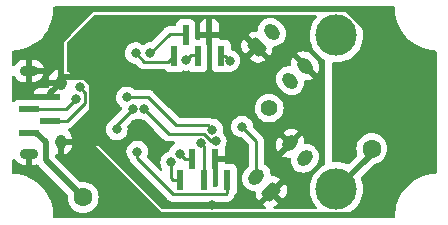
<source format=gbl>
G04 #@! TF.GenerationSoftware,KiCad,Pcbnew,7.0.6-7.0.6~ubuntu22.04.1*
G04 #@! TF.CreationDate,2023-07-08T17:09:40+02:00*
G04 #@! TF.ProjectId,combined,636f6d62-696e-4656-942e-6b696361645f,rev?*
G04 #@! TF.SameCoordinates,Original*
G04 #@! TF.FileFunction,Copper,L2,Bot*
G04 #@! TF.FilePolarity,Positive*
%FSLAX46Y46*%
G04 Gerber Fmt 4.6, Leading zero omitted, Abs format (unit mm)*
G04 Created by KiCad (PCBNEW 7.0.6-7.0.6~ubuntu22.04.1) date 2023-07-08 17:09:40*
%MOMM*%
%LPD*%
G01*
G04 APERTURE LIST*
G04 Aperture macros list*
%AMRoundRect*
0 Rectangle with rounded corners*
0 $1 Rounding radius*
0 $2 $3 $4 $5 $6 $7 $8 $9 X,Y pos of 4 corners*
0 Add a 4 corners polygon primitive as box body*
4,1,4,$2,$3,$4,$5,$6,$7,$8,$9,$2,$3,0*
0 Add four circle primitives for the rounded corners*
1,1,$1+$1,$2,$3*
1,1,$1+$1,$4,$5*
1,1,$1+$1,$6,$7*
1,1,$1+$1,$8,$9*
0 Add four rect primitives between the rounded corners*
20,1,$1+$1,$2,$3,$4,$5,0*
20,1,$1+$1,$4,$5,$6,$7,0*
20,1,$1+$1,$6,$7,$8,$9,0*
20,1,$1+$1,$8,$9,$2,$3,0*%
%AMHorizOval*
0 Thick line with rounded ends*
0 $1 width*
0 $2 $3 position (X,Y) of the first rounded end (center of the circle)*
0 $4 $5 position (X,Y) of the second rounded end (center of the circle)*
0 Add line between two ends*
20,1,$1,$2,$3,$4,$5,0*
0 Add two circle primitives to create the rounded ends*
1,1,$1,$2,$3*
1,1,$1,$4,$5*%
G04 Aperture macros list end*
G04 #@! TA.AperFunction,ComponentPad*
%ADD10C,1.400000*%
G04 #@! TD*
G04 #@! TA.AperFunction,ComponentPad*
%ADD11O,1.550000X0.890000*%
G04 #@! TD*
G04 #@! TA.AperFunction,ComponentPad*
%ADD12O,0.950000X1.250000*%
G04 #@! TD*
G04 #@! TA.AperFunction,SMDPad,CuDef*
%ADD13R,1.750000X0.600000*%
G04 #@! TD*
G04 #@! TA.AperFunction,SMDPad,CuDef*
%ADD14R,0.600000X1.750000*%
G04 #@! TD*
G04 #@! TA.AperFunction,ComponentPad*
%ADD15C,3.500000*%
G04 #@! TD*
G04 #@! TA.AperFunction,ComponentPad*
%ADD16RoundRect,0.249700X0.566110X0.141421X0.141421X0.566110X-0.566110X-0.141421X-0.141421X-0.566110X0*%
G04 #@! TD*
G04 #@! TA.AperFunction,ComponentPad*
%ADD17HorizOval,1.100000X0.141421X0.141421X-0.141421X-0.141421X0*%
G04 #@! TD*
G04 #@! TA.AperFunction,ComponentPad*
%ADD18RoundRect,0.249700X0.141421X-0.566110X0.566110X-0.141421X-0.141421X0.566110X-0.566110X0.141421X0*%
G04 #@! TD*
G04 #@! TA.AperFunction,ComponentPad*
%ADD19HorizOval,1.100000X-0.141421X0.141421X0.141421X-0.141421X0*%
G04 #@! TD*
G04 #@! TA.AperFunction,ViaPad*
%ADD20C,0.800000*%
G04 #@! TD*
G04 #@! TA.AperFunction,ViaPad*
%ADD21C,1.600000*%
G04 #@! TD*
G04 #@! TA.AperFunction,Conductor*
%ADD22C,0.250000*%
G04 #@! TD*
G04 #@! TA.AperFunction,Conductor*
%ADD23C,0.500000*%
G04 #@! TD*
G04 APERTURE END LIST*
D10*
X99314000Y-33401000D03*
D11*
X78950000Y-30250000D03*
D12*
X81650000Y-31250000D03*
X81650000Y-36250000D03*
D11*
X78950000Y-37250000D03*
D13*
X80750000Y-32500000D03*
X79000000Y-33500000D03*
X80750000Y-34500000D03*
X79000000Y-35500000D03*
D14*
X95750000Y-39500000D03*
X94750000Y-37750000D03*
X93750000Y-39500000D03*
X92750000Y-37750000D03*
X91750000Y-39500000D03*
X91250000Y-29000000D03*
X92250000Y-27250000D03*
X93250000Y-29000000D03*
X94250000Y-27250000D03*
X95250000Y-29000000D03*
D15*
X105000000Y-40250000D03*
X105000000Y-27250000D03*
D16*
X99500000Y-40500000D03*
D17*
X102328427Y-37671573D03*
X98227208Y-39227208D03*
X101055635Y-36398781D03*
D18*
X98250000Y-28250000D03*
D19*
X101078427Y-31078427D03*
X99522792Y-26977208D03*
X102351219Y-29805635D03*
D20*
X95949500Y-29402875D03*
D21*
X109474000Y-38760400D03*
D20*
X94437200Y-41587600D03*
X102870000Y-33781998D03*
D21*
X109500000Y-31750000D03*
D20*
X90250020Y-30750000D03*
X92500000Y-32750000D03*
D21*
X83559771Y-40965139D03*
D20*
X91000000Y-38000028D03*
X82984905Y-32648163D03*
X83263377Y-31603446D03*
X92250000Y-29325000D03*
X89250000Y-28750000D03*
X88000000Y-28750000D03*
D21*
X108000800Y-36830000D03*
D20*
X88137997Y-37084000D03*
X93514889Y-36379848D03*
X91725000Y-37275000D03*
X97005261Y-34970479D03*
X87750000Y-33500000D03*
X86410800Y-35204400D03*
X94783718Y-36197058D03*
X88750026Y-33500000D03*
X94496738Y-35239109D03*
X87250000Y-32500000D03*
D22*
X95949500Y-29402875D02*
X95546625Y-29000000D01*
X95546625Y-29000000D02*
X95250000Y-29000000D01*
D23*
X109500000Y-31750000D02*
X109500000Y-28638730D01*
X84297000Y-25050000D02*
X81650000Y-27697000D01*
X109500000Y-28638730D02*
X105911270Y-25050000D01*
X105911270Y-25050000D02*
X84297000Y-25050000D01*
X81650000Y-27697000D02*
X81650000Y-31250000D01*
X94437200Y-42468800D02*
X106896970Y-42468800D01*
X106896970Y-42468800D02*
X109474000Y-39891770D01*
X109474000Y-39891770D02*
X109474000Y-38760400D01*
D22*
X97005261Y-34970479D02*
X98227208Y-36192426D01*
X98227208Y-36192426D02*
X98227208Y-39227208D01*
D23*
X81650000Y-31100000D02*
X81996555Y-30753445D01*
X81650000Y-36250000D02*
X82625000Y-36250000D01*
X90033056Y-42468800D02*
X94437200Y-42468800D01*
X80750000Y-32500000D02*
X80750000Y-32150000D01*
X83671378Y-30753445D02*
X84284928Y-31366995D01*
X109500000Y-38734400D02*
X109474000Y-38760400D01*
X84284928Y-31366995D02*
X84284928Y-36720672D01*
X83095672Y-36720672D02*
X84284928Y-36720672D01*
X81996555Y-30753445D02*
X83671378Y-30753445D01*
X84284928Y-36720672D02*
X90033056Y-42468800D01*
X80750000Y-32150000D02*
X81650000Y-31250000D01*
X82625000Y-36250000D02*
X83095672Y-36720672D01*
X80375000Y-37780368D02*
X83559771Y-40965139D01*
X79575000Y-35500000D02*
X80375000Y-36300000D01*
X80375000Y-36300000D02*
X80375000Y-37780368D01*
D22*
X91750000Y-39500000D02*
X91200000Y-39500000D01*
X91000000Y-39300000D02*
X91000000Y-38000028D01*
X91200000Y-39500000D02*
X91000000Y-39300000D01*
X82133068Y-33500000D02*
X82984905Y-32648163D01*
X79000000Y-33500000D02*
X82133068Y-33500000D01*
X83709918Y-32968263D02*
X83709918Y-32049987D01*
X83663376Y-32003445D02*
X83263377Y-31603446D01*
X80750000Y-34500000D02*
X82178181Y-34500000D01*
X82178181Y-34500000D02*
X83709918Y-32968263D01*
X83709918Y-32049987D02*
X83663376Y-32003445D01*
X93250000Y-28875000D02*
X92700000Y-28875000D01*
X92700000Y-28875000D02*
X92250000Y-29325000D01*
X90875000Y-27125000D02*
X92250000Y-27125000D01*
X90875000Y-27125000D02*
X89250000Y-28750000D01*
X88000000Y-28750000D02*
X88750000Y-29500000D01*
X91250000Y-29000000D02*
X90750000Y-29500000D01*
X90750000Y-29500000D02*
X88750000Y-29500000D01*
D23*
X108000800Y-37249200D02*
X108000800Y-36830000D01*
X105000000Y-40250000D02*
X108000800Y-37249200D01*
D22*
X95674999Y-40700001D02*
X91188313Y-40700001D01*
X91188313Y-40700001D02*
X88137997Y-37649685D01*
X95750000Y-39500000D02*
X95750000Y-40625000D01*
X88137997Y-37649685D02*
X88137997Y-37084000D01*
X95750000Y-40625000D02*
X95674999Y-40700001D01*
X93750000Y-36614959D02*
X93514889Y-36379848D01*
X93750000Y-39500000D02*
X93750000Y-36614959D01*
X92750000Y-37750000D02*
X92200000Y-37750000D01*
X92200000Y-37750000D02*
X91725000Y-37275000D01*
X86410800Y-34839200D02*
X86410800Y-35204400D01*
X87750000Y-33500000D02*
X86410800Y-34839200D01*
X93774998Y-35598002D02*
X94374054Y-36197058D01*
X94374054Y-36197058D02*
X94783718Y-36197058D01*
X88750026Y-33500000D02*
X90848028Y-35598002D01*
X90848028Y-35598002D02*
X93774998Y-35598002D01*
X94496738Y-35239109D02*
X94096739Y-34839110D01*
X91404795Y-34839110D02*
X89065685Y-32500000D01*
X94096739Y-34839110D02*
X91404795Y-34839110D01*
X87250000Y-32500000D02*
X89065685Y-32500000D01*
G04 #@! TA.AperFunction,Conductor*
G36*
X99367450Y-25520943D02*
G01*
X99374407Y-25522995D01*
X99395996Y-25520980D01*
X103230042Y-25525979D01*
X103298133Y-25546069D01*
X103344556Y-25599785D01*
X103354568Y-25670072D01*
X103324991Y-25734615D01*
X103324606Y-25735055D01*
X103204363Y-25872166D01*
X103204360Y-25872170D01*
X103039883Y-26118329D01*
X102908944Y-26383848D01*
X102908938Y-26383862D01*
X102813778Y-26664194D01*
X102813776Y-26664204D01*
X102756018Y-26954564D01*
X102756016Y-26954578D01*
X102736654Y-27249996D01*
X102736654Y-27250003D01*
X102756016Y-27545421D01*
X102756018Y-27545435D01*
X102783979Y-27685998D01*
X102807569Y-27804595D01*
X102813776Y-27835795D01*
X102813778Y-27835805D01*
X102908938Y-28116137D01*
X102908944Y-28116151D01*
X103039883Y-28381670D01*
X103204359Y-28627827D01*
X103204361Y-28627830D01*
X103204367Y-28627838D01*
X103399573Y-28850427D01*
X103622162Y-29045633D01*
X103868327Y-29210115D01*
X103942729Y-29246806D01*
X103994977Y-29294873D01*
X104013000Y-29359811D01*
X104013000Y-38140188D01*
X103992998Y-38208309D01*
X103942728Y-38253194D01*
X103868329Y-38289883D01*
X103622172Y-38454359D01*
X103622165Y-38454364D01*
X103622162Y-38454367D01*
X103399573Y-38649573D01*
X103204367Y-38872162D01*
X103204364Y-38872165D01*
X103204359Y-38872172D01*
X103039883Y-39118329D01*
X102908944Y-39383848D01*
X102908938Y-39383862D01*
X102813778Y-39664194D01*
X102813776Y-39664201D01*
X102813776Y-39664203D01*
X102804105Y-39712818D01*
X102756018Y-39954564D01*
X102756016Y-39954578D01*
X102736654Y-40249996D01*
X102736654Y-40250003D01*
X102756016Y-40545421D01*
X102756018Y-40545435D01*
X102775334Y-40642538D01*
X102796465Y-40748772D01*
X102813776Y-40835795D01*
X102813778Y-40835805D01*
X102908938Y-41116137D01*
X102908944Y-41116151D01*
X103039883Y-41381670D01*
X103204359Y-41627827D01*
X103204361Y-41627830D01*
X103204367Y-41627838D01*
X103313013Y-41751725D01*
X103342889Y-41816126D01*
X103333203Y-41886459D01*
X103287030Y-41940391D01*
X103219030Y-41960798D01*
X103218280Y-41960800D01*
X99797021Y-41960800D01*
X99728900Y-41940798D01*
X99682407Y-41887142D01*
X99672303Y-41816868D01*
X99701797Y-41752288D01*
X99740472Y-41722202D01*
X99777777Y-41703466D01*
X99777778Y-41703465D01*
X99858649Y-41637588D01*
X100068512Y-41427724D01*
X100068513Y-41427723D01*
X99500000Y-40859210D01*
X98790064Y-41569145D01*
X98858502Y-41637584D01*
X98939378Y-41703465D01*
X98939379Y-41703466D01*
X98976685Y-41722202D01*
X99028583Y-41770649D01*
X99046050Y-41839464D01*
X99023540Y-41906798D01*
X98968200Y-41951273D01*
X98920136Y-41960800D01*
X90323790Y-41960800D01*
X90255669Y-41940798D01*
X90234695Y-41923895D01*
X84886801Y-36576000D01*
X84886800Y-36576000D01*
X84455000Y-36576000D01*
X90423237Y-42504674D01*
X90457469Y-42566872D01*
X90452639Y-42637705D01*
X90410282Y-42694682D01*
X90343845Y-42719713D01*
X90334465Y-42720065D01*
X81151527Y-42722032D01*
X81083402Y-42702045D01*
X81036898Y-42648399D01*
X81025500Y-42596032D01*
X81025500Y-42326812D01*
X81025500Y-42326803D01*
X80991548Y-41982078D01*
X80923970Y-41642340D01*
X80823417Y-41310862D01*
X80690858Y-40990837D01*
X80527569Y-40685345D01*
X80434075Y-40545421D01*
X80335122Y-40397327D01*
X80115382Y-40129573D01*
X80115374Y-40129563D01*
X80115365Y-40129554D01*
X80115357Y-40129545D01*
X79870454Y-39884642D01*
X79870444Y-39884633D01*
X79870437Y-39884626D01*
X79784592Y-39814175D01*
X79602672Y-39664877D01*
X79314657Y-39472432D01*
X79009163Y-39309142D01*
X78689136Y-39176582D01*
X78689133Y-39176581D01*
X78445025Y-39102532D01*
X78357660Y-39076030D01*
X78357657Y-39076029D01*
X78357646Y-39076026D01*
X78017927Y-39008453D01*
X78017922Y-39008452D01*
X78017915Y-39008451D01*
X78017906Y-39008450D01*
X77678421Y-38975014D01*
X77612589Y-38948432D01*
X77571579Y-38890477D01*
X77564771Y-38849843D01*
X77562913Y-37796264D01*
X77582795Y-37728111D01*
X77636369Y-37681524D01*
X77706625Y-37671296D01*
X77771257Y-37700675D01*
X77795842Y-37729396D01*
X77862500Y-37836341D01*
X77862510Y-37836354D01*
X77996042Y-37976827D01*
X77996041Y-37976827D01*
X78155121Y-38087550D01*
X78333232Y-38163982D01*
X78523087Y-38202999D01*
X78523093Y-38203000D01*
X78696000Y-38203000D01*
X78696000Y-37500000D01*
X79204000Y-37500000D01*
X79204000Y-38203000D01*
X79328331Y-38203000D01*
X79328350Y-38202999D01*
X79472819Y-38188307D01*
X79472830Y-38188305D01*
X79599345Y-38148610D01*
X79670329Y-38147301D01*
X79730753Y-38184578D01*
X79744306Y-38202684D01*
X79775970Y-38254019D01*
X79780522Y-38259776D01*
X79780468Y-38259818D01*
X79785228Y-38265660D01*
X79785279Y-38265618D01*
X79789993Y-38271236D01*
X79789998Y-38271241D01*
X79789999Y-38271242D01*
X79832746Y-38311572D01*
X79846482Y-38324531D01*
X82224099Y-40702148D01*
X82258124Y-40764460D01*
X82260525Y-40802223D01*
X82251620Y-40904016D01*
X82246273Y-40965139D01*
X82266228Y-41193226D01*
X82294841Y-41300011D01*
X82325486Y-41414379D01*
X82325488Y-41414385D01*
X82397654Y-41569145D01*
X82422248Y-41621888D01*
X82553573Y-41809439D01*
X82715471Y-41971337D01*
X82903022Y-42102662D01*
X83110528Y-42199423D01*
X83331684Y-42258682D01*
X83559771Y-42278637D01*
X83787858Y-42258682D01*
X84009014Y-42199423D01*
X84216520Y-42102662D01*
X84404071Y-41971337D01*
X84565969Y-41809439D01*
X84697294Y-41621888D01*
X84794055Y-41414382D01*
X84853314Y-41193226D01*
X84873269Y-40965139D01*
X84853314Y-40737052D01*
X84794055Y-40515896D01*
X84697294Y-40308390D01*
X84565969Y-40120839D01*
X84404071Y-39958941D01*
X84397834Y-39954574D01*
X84216520Y-39827616D01*
X84009017Y-39730856D01*
X84009011Y-39730854D01*
X83915542Y-39705809D01*
X83787858Y-39671596D01*
X83559771Y-39651641D01*
X83559769Y-39651641D01*
X83396855Y-39665893D01*
X83327251Y-39651903D01*
X83296780Y-39629467D01*
X81211515Y-37544201D01*
X81177489Y-37481889D01*
X81182554Y-37411073D01*
X81225101Y-37354238D01*
X81291621Y-37329427D01*
X81332191Y-37333128D01*
X81396000Y-37349648D01*
X81396000Y-36514850D01*
X81451736Y-36598264D01*
X81542700Y-36659045D01*
X81650000Y-36680388D01*
X81757300Y-36659045D01*
X81848264Y-36598264D01*
X81904000Y-36514850D01*
X81904000Y-37354178D01*
X82085138Y-37287093D01*
X82254802Y-37181341D01*
X82254805Y-37181338D01*
X82399708Y-37043596D01*
X82513915Y-36879512D01*
X82592753Y-36695794D01*
X82632169Y-36504000D01*
X81909701Y-36504000D01*
X81925000Y-36427088D01*
X81925000Y-36072912D01*
X81909701Y-35996000D01*
X82627492Y-35996000D01*
X82627492Y-35995999D01*
X82617842Y-35901100D01*
X82557993Y-35710347D01*
X82460970Y-35535548D01*
X82460966Y-35535542D01*
X82330751Y-35383859D01*
X82330749Y-35383858D01*
X82277770Y-35342849D01*
X82236146Y-35285334D01*
X82232223Y-35214446D01*
X82237921Y-35204399D01*
X85497296Y-35204399D01*
X85517257Y-35394327D01*
X85542234Y-35471197D01*
X85576273Y-35575956D01*
X85576276Y-35575961D01*
X85671758Y-35741341D01*
X85671765Y-35741351D01*
X85799544Y-35883264D01*
X85821177Y-35898981D01*
X85954048Y-35995518D01*
X86128512Y-36073194D01*
X86315313Y-36112900D01*
X86506287Y-36112900D01*
X86693088Y-36073194D01*
X86867552Y-35995518D01*
X87022053Y-35883266D01*
X87060150Y-35840955D01*
X87149834Y-35741351D01*
X87149835Y-35741349D01*
X87149840Y-35741344D01*
X87245327Y-35575956D01*
X87304342Y-35394328D01*
X87324304Y-35204400D01*
X87304342Y-35014472D01*
X87292288Y-34977374D01*
X87285798Y-34957400D01*
X87283770Y-34886433D01*
X87316536Y-34829367D01*
X87396792Y-34749112D01*
X87585661Y-34560243D01*
X87700501Y-34445404D01*
X87762813Y-34411379D01*
X87789596Y-34408500D01*
X87845487Y-34408500D01*
X88032288Y-34368794D01*
X88198765Y-34294673D01*
X88269130Y-34285240D01*
X88301260Y-34294673D01*
X88467738Y-34368794D01*
X88654539Y-34408500D01*
X88710432Y-34408500D01*
X88778553Y-34428502D01*
X88799526Y-34445404D01*
X89593229Y-35239108D01*
X90340783Y-35986662D01*
X90350748Y-35999099D01*
X90350975Y-35998912D01*
X90356027Y-36005019D01*
X90407107Y-36052986D01*
X90428251Y-36074131D01*
X90428255Y-36074134D01*
X90428258Y-36074137D01*
X90433810Y-36078444D01*
X90438297Y-36082275D01*
X90460987Y-36103583D01*
X90472705Y-36114587D01*
X90472707Y-36114588D01*
X90490456Y-36124345D01*
X90506982Y-36135201D01*
X90520354Y-36145574D01*
X90522987Y-36147616D01*
X90559112Y-36163248D01*
X90566290Y-36166354D01*
X90571611Y-36168960D01*
X90612968Y-36191697D01*
X90612976Y-36191699D01*
X90632586Y-36196734D01*
X90651295Y-36203139D01*
X90669883Y-36211183D01*
X90716505Y-36218566D01*
X90722290Y-36219765D01*
X90767998Y-36231502D01*
X90788252Y-36231502D01*
X90807962Y-36233053D01*
X90810169Y-36233402D01*
X90827971Y-36236222D01*
X90861898Y-36233014D01*
X90874945Y-36231782D01*
X90880878Y-36231502D01*
X91242319Y-36231502D01*
X91310440Y-36251504D01*
X91356933Y-36305160D01*
X91367037Y-36375434D01*
X91337543Y-36440014D01*
X91293568Y-36472608D01*
X91268254Y-36483878D01*
X91268248Y-36483882D01*
X91113744Y-36596135D01*
X90985965Y-36738048D01*
X90985958Y-36738058D01*
X90890476Y-36903438D01*
X90890473Y-36903444D01*
X90846265Y-37039502D01*
X90806191Y-37098107D01*
X90752632Y-37123811D01*
X90717710Y-37131234D01*
X90543247Y-37208910D01*
X90388744Y-37321163D01*
X90260965Y-37463076D01*
X90260958Y-37463086D01*
X90165476Y-37628466D01*
X90165473Y-37628472D01*
X90151559Y-37671296D01*
X90106457Y-37810100D01*
X90086496Y-38000028D01*
X90106457Y-38189955D01*
X90129782Y-38261739D01*
X90165473Y-38371584D01*
X90170155Y-38379693D01*
X90246564Y-38512038D01*
X90263302Y-38581033D01*
X90240082Y-38648125D01*
X90184274Y-38692012D01*
X90113599Y-38698761D01*
X90050495Y-38666228D01*
X90048350Y-38664133D01*
X88992298Y-37608081D01*
X88958272Y-37545769D01*
X88963337Y-37474954D01*
X88972277Y-37455983D01*
X88972524Y-37455556D01*
X89031539Y-37273928D01*
X89051501Y-37084000D01*
X89031539Y-36894072D01*
X88972524Y-36712444D01*
X88877037Y-36547056D01*
X88877035Y-36547054D01*
X88877031Y-36547048D01*
X88749252Y-36405135D01*
X88594749Y-36292882D01*
X88420285Y-36215206D01*
X88233484Y-36175500D01*
X88042510Y-36175500D01*
X87855708Y-36215206D01*
X87681244Y-36292882D01*
X87526741Y-36405135D01*
X87398962Y-36547048D01*
X87398955Y-36547058D01*
X87303473Y-36712438D01*
X87303470Y-36712444D01*
X87293445Y-36743299D01*
X87244454Y-36894072D01*
X87224493Y-37084000D01*
X87244454Y-37273927D01*
X87274523Y-37366470D01*
X87303470Y-37455556D01*
X87318673Y-37481889D01*
X87391530Y-37608081D01*
X87398957Y-37620944D01*
X87484465Y-37715911D01*
X87511830Y-37765083D01*
X87512979Y-37769040D01*
X87516983Y-37788382D01*
X87519522Y-37808478D01*
X87519523Y-37808484D01*
X87536890Y-37852347D01*
X87538813Y-37857964D01*
X87551979Y-37903278D01*
X87562291Y-37920716D01*
X87570985Y-37938464D01*
X87578441Y-37957294D01*
X87578447Y-37957305D01*
X87606174Y-37995468D01*
X87609434Y-38000431D01*
X87633457Y-38041050D01*
X87647776Y-38055369D01*
X87660614Y-38070399D01*
X87670153Y-38083528D01*
X87672525Y-38086792D01*
X87684258Y-38096498D01*
X87708883Y-38116870D01*
X87713264Y-38120856D01*
X89203467Y-39611059D01*
X90681066Y-41088658D01*
X90691033Y-41101098D01*
X90691260Y-41100911D01*
X90696312Y-41107018D01*
X90747408Y-41155000D01*
X90768538Y-41176131D01*
X90774081Y-41180431D01*
X90778594Y-41184286D01*
X90797983Y-41202493D01*
X90812992Y-41216587D01*
X90812993Y-41216587D01*
X90812995Y-41216589D01*
X90830742Y-41226345D01*
X90847272Y-41237203D01*
X90863272Y-41249614D01*
X90886238Y-41259552D01*
X90906564Y-41268348D01*
X90911898Y-41270960D01*
X90953253Y-41293696D01*
X90972875Y-41298734D01*
X90991576Y-41305136D01*
X91004127Y-41310568D01*
X91010165Y-41313181D01*
X91010166Y-41313181D01*
X91010168Y-41313182D01*
X91056790Y-41320565D01*
X91062575Y-41321764D01*
X91108283Y-41333501D01*
X91128537Y-41333501D01*
X91148247Y-41335052D01*
X91150454Y-41335401D01*
X91168256Y-41338221D01*
X91202785Y-41334957D01*
X91215230Y-41333781D01*
X91221163Y-41333501D01*
X95591146Y-41333501D01*
X95606987Y-41335250D01*
X95607015Y-41334957D01*
X95614901Y-41335701D01*
X95614908Y-41335703D01*
X95684957Y-41333501D01*
X95714855Y-41333501D01*
X95721817Y-41332620D01*
X95727718Y-41332155D01*
X95774888Y-41330674D01*
X95794346Y-41325020D01*
X95813693Y-41321014D01*
X95833796Y-41318475D01*
X95877678Y-41301100D01*
X95883273Y-41299184D01*
X95911815Y-41290892D01*
X95928590Y-41286020D01*
X95928594Y-41286018D01*
X95946025Y-41275709D01*
X95963779Y-41267010D01*
X95982616Y-41259553D01*
X96020785Y-41231819D01*
X96025743Y-41228563D01*
X96066361Y-41204543D01*
X96080684Y-41190219D01*
X96095723Y-41177375D01*
X96097430Y-41176135D01*
X96112106Y-41165473D01*
X96134181Y-41138787D01*
X96150952Y-41122018D01*
X96157016Y-41117001D01*
X96157015Y-41117001D01*
X96157018Y-41117000D01*
X96204999Y-41065904D01*
X96226134Y-41044770D01*
X96230429Y-41039232D01*
X96234271Y-41034731D01*
X96266586Y-41000321D01*
X96276345Y-40982567D01*
X96287197Y-40966046D01*
X96299613Y-40950041D01*
X96318347Y-40906748D01*
X96320961Y-40901412D01*
X96331374Y-40882470D01*
X96343695Y-40860060D01*
X96348733Y-40840435D01*
X96355138Y-40821730D01*
X96366330Y-40795868D01*
X96368993Y-40797020D01*
X96399799Y-40748772D01*
X96407075Y-40742891D01*
X96413261Y-40738261D01*
X96500889Y-40621204D01*
X96551989Y-40484201D01*
X96554963Y-40456543D01*
X96558499Y-40423649D01*
X96558500Y-40423632D01*
X96558500Y-38576367D01*
X96558499Y-38576350D01*
X96551990Y-38515803D01*
X96551988Y-38515795D01*
X96522924Y-38437875D01*
X96500889Y-38378796D01*
X96500888Y-38378794D01*
X96500887Y-38378792D01*
X96413261Y-38261738D01*
X96296207Y-38174112D01*
X96296202Y-38174110D01*
X96159204Y-38123011D01*
X96159196Y-38123009D01*
X96098649Y-38116500D01*
X96098638Y-38116500D01*
X95684000Y-38116500D01*
X95615879Y-38096498D01*
X95569386Y-38042842D01*
X95561752Y-38007751D01*
X95558001Y-38004000D01*
X95004000Y-38004000D01*
X95004000Y-38342955D01*
X94996056Y-38386985D01*
X94948011Y-38515799D01*
X94948010Y-38515802D01*
X94948009Y-38515803D01*
X94941500Y-38576350D01*
X94941500Y-39940501D01*
X94921498Y-40008622D01*
X94867842Y-40055115D01*
X94815500Y-40066501D01*
X94684500Y-40066501D01*
X94616379Y-40046499D01*
X94569886Y-39992843D01*
X94558500Y-39940501D01*
X94558500Y-39259500D01*
X94558500Y-38576362D01*
X94557288Y-38565087D01*
X94551990Y-38515803D01*
X94551989Y-38515802D01*
X94551989Y-38515799D01*
X94503943Y-38386985D01*
X94496000Y-38342955D01*
X94496000Y-37622000D01*
X94516002Y-37553879D01*
X94569658Y-37507386D01*
X94622000Y-37496000D01*
X95558000Y-37496000D01*
X95558000Y-36826414D01*
X95557999Y-36826402D01*
X95551494Y-36765903D01*
X95549682Y-36758234D01*
X95552704Y-36757519D01*
X95548667Y-36701094D01*
X95562670Y-36664872D01*
X95566035Y-36659045D01*
X95618245Y-36568614D01*
X95677260Y-36386986D01*
X95697222Y-36197058D01*
X95677260Y-36007130D01*
X95618245Y-35825502D01*
X95522758Y-35660114D01*
X95522756Y-35660112D01*
X95522752Y-35660106D01*
X95418802Y-35544658D01*
X95388084Y-35480651D01*
X95389194Y-35434140D01*
X95390276Y-35429047D01*
X95390280Y-35429037D01*
X95410242Y-35239109D01*
X95390280Y-35049181D01*
X95364708Y-34970478D01*
X96091757Y-34970478D01*
X96111718Y-35160406D01*
X96112646Y-35163261D01*
X96170734Y-35342035D01*
X96170737Y-35342040D01*
X96266219Y-35507420D01*
X96266226Y-35507430D01*
X96394005Y-35649343D01*
X96394008Y-35649345D01*
X96548509Y-35761597D01*
X96722973Y-35839273D01*
X96909774Y-35878979D01*
X96965667Y-35878979D01*
X97033788Y-35898981D01*
X97054762Y-35915884D01*
X97556803Y-36417925D01*
X97590829Y-36480237D01*
X97593708Y-36507020D01*
X97593708Y-38311572D01*
X97573706Y-38379693D01*
X97556803Y-38400667D01*
X97300557Y-38656912D01*
X97300540Y-38656931D01*
X97201418Y-38777711D01*
X97103128Y-38961598D01*
X97042600Y-39161133D01*
X97022165Y-39368625D01*
X97022165Y-39368632D01*
X97042600Y-39576124D01*
X97042601Y-39576130D01*
X97042602Y-39576131D01*
X97103128Y-39775659D01*
X97201418Y-39959546D01*
X97333693Y-40120723D01*
X97494870Y-40252998D01*
X97678757Y-40351288D01*
X97878285Y-40411814D01*
X97878290Y-40411814D01*
X97878292Y-40411815D01*
X97973548Y-40421196D01*
X98062539Y-40429961D01*
X98128372Y-40456543D01*
X98169382Y-40514497D01*
X98176190Y-40555354D01*
X98176190Y-40729982D01*
X98217038Y-40902333D01*
X98296533Y-41060620D01*
X98296534Y-41060621D01*
X98362415Y-41141497D01*
X98430853Y-41209935D01*
X98430855Y-41209935D01*
X99149523Y-40491266D01*
X99146372Y-40529302D01*
X99175047Y-40642538D01*
X99238936Y-40740327D01*
X99331115Y-40812072D01*
X99441595Y-40850000D01*
X99529005Y-40850000D01*
X99615216Y-40835614D01*
X99717947Y-40780019D01*
X99797060Y-40694079D01*
X99843982Y-40587108D01*
X99851200Y-40500001D01*
X99859210Y-40500001D01*
X100427723Y-41068514D01*
X100427725Y-41068514D01*
X100637584Y-40858654D01*
X100703465Y-40777778D01*
X100703466Y-40777777D01*
X100782961Y-40619490D01*
X100823810Y-40447139D01*
X100823810Y-40270017D01*
X100782961Y-40097666D01*
X100703466Y-39939379D01*
X100703465Y-39939378D01*
X100637584Y-39858502D01*
X100569146Y-39790064D01*
X100569145Y-39790064D01*
X99859210Y-40499999D01*
X99859210Y-40500001D01*
X99851200Y-40500001D01*
X99853628Y-40470698D01*
X99824953Y-40357462D01*
X99761064Y-40259673D01*
X99668885Y-40187928D01*
X99558405Y-40150000D01*
X99490790Y-40150000D01*
X100209935Y-39430855D01*
X100209935Y-39430852D01*
X100141497Y-39362415D01*
X100060621Y-39296534D01*
X100060620Y-39296533D01*
X99902333Y-39217038D01*
X99729982Y-39176190D01*
X99555355Y-39176190D01*
X99487234Y-39156188D01*
X99440741Y-39102532D01*
X99429962Y-39062540D01*
X99411815Y-38878291D01*
X99411814Y-38878289D01*
X99411814Y-38878285D01*
X99351288Y-38678757D01*
X99252998Y-38494870D01*
X99120723Y-38333693D01*
X98959546Y-38201418D01*
X98935018Y-38188307D01*
X98927309Y-38184186D01*
X98876662Y-38134432D01*
X98860708Y-38073065D01*
X98860708Y-37447105D01*
X100366519Y-37447105D01*
X100507375Y-37522395D01*
X100706816Y-37582894D01*
X100914211Y-37603321D01*
X100914214Y-37603321D01*
X100993491Y-37595512D01*
X101063245Y-37608740D01*
X101114774Y-37657579D01*
X101131718Y-37726524D01*
X101131236Y-37733253D01*
X101123384Y-37812988D01*
X101123384Y-37812997D01*
X101143819Y-38020489D01*
X101143820Y-38020495D01*
X101143821Y-38020496D01*
X101204347Y-38220024D01*
X101302637Y-38403911D01*
X101434912Y-38565088D01*
X101596089Y-38697363D01*
X101779976Y-38795653D01*
X101979504Y-38856179D01*
X101979508Y-38856179D01*
X101979510Y-38856180D01*
X102187003Y-38876616D01*
X102187006Y-38876616D01*
X102187009Y-38876616D01*
X102394501Y-38856180D01*
X102394502Y-38856179D01*
X102394508Y-38856179D01*
X102594036Y-38795653D01*
X102777923Y-38697363D01*
X102898705Y-38598240D01*
X103255094Y-38241851D01*
X103354217Y-38121069D01*
X103452507Y-37937182D01*
X103513033Y-37737654D01*
X103513467Y-37733253D01*
X103533470Y-37530155D01*
X103533470Y-37530148D01*
X103513034Y-37322656D01*
X103513033Y-37322654D01*
X103513033Y-37322650D01*
X103452507Y-37123122D01*
X103354217Y-36939235D01*
X103221942Y-36778058D01*
X103060765Y-36645783D01*
X102876878Y-36547493D01*
X102677350Y-36486967D01*
X102677349Y-36486966D01*
X102677343Y-36486965D01*
X102469851Y-36466530D01*
X102469842Y-36466530D01*
X102390107Y-36474382D01*
X102320354Y-36461153D01*
X102268827Y-36412312D01*
X102251885Y-36343366D01*
X102252366Y-36336637D01*
X102260175Y-36257360D01*
X102260175Y-36257357D01*
X102239748Y-36049962D01*
X102179249Y-35850521D01*
X102103959Y-35709665D01*
X101406111Y-36407513D01*
X101409263Y-36369479D01*
X101380588Y-36256243D01*
X101316699Y-36158454D01*
X101224520Y-36086709D01*
X101114040Y-36048781D01*
X101026630Y-36048781D01*
X100940419Y-36063167D01*
X100837688Y-36118762D01*
X100758575Y-36204702D01*
X100711653Y-36311673D01*
X100702007Y-36428083D01*
X100730682Y-36541319D01*
X100794571Y-36639108D01*
X100886750Y-36710853D01*
X100997230Y-36748781D01*
X101064845Y-36748781D01*
X101055635Y-36757991D01*
X100366519Y-37447105D01*
X98860708Y-37447105D01*
X98860708Y-37181338D01*
X98860707Y-36540204D01*
X99851095Y-36540204D01*
X99871521Y-36747599D01*
X99932020Y-36947040D01*
X100007308Y-37087895D01*
X100007309Y-37087896D01*
X100696425Y-36398781D01*
X100696425Y-36398780D01*
X100128051Y-35830407D01*
X100030261Y-35949567D01*
X99932020Y-36133363D01*
X99871521Y-36332804D01*
X99851095Y-36540199D01*
X99851095Y-36540204D01*
X98860707Y-36540204D01*
X98860707Y-36276271D01*
X98862457Y-36260440D01*
X98862164Y-36260413D01*
X98862909Y-36252520D01*
X98862910Y-36252517D01*
X98860708Y-36182468D01*
X98860708Y-36152570D01*
X98859827Y-36145604D01*
X98859363Y-36139708D01*
X98857881Y-36092537D01*
X98852230Y-36073090D01*
X98848220Y-36053726D01*
X98848127Y-36052986D01*
X98845682Y-36033629D01*
X98828305Y-35989740D01*
X98826391Y-35984149D01*
X98813226Y-35938833D01*
X98802914Y-35921396D01*
X98794218Y-35903647D01*
X98786760Y-35884809D01*
X98759020Y-35846629D01*
X98755772Y-35841684D01*
X98731750Y-35801064D01*
X98717422Y-35786736D01*
X98704592Y-35771715D01*
X98692680Y-35755319D01*
X98692677Y-35755317D01*
X98692677Y-35755316D01*
X98656321Y-35725239D01*
X98651929Y-35721243D01*
X98401884Y-35471198D01*
X100487262Y-35471198D01*
X101055634Y-36039570D01*
X101055636Y-36039570D01*
X101744750Y-35350455D01*
X101744749Y-35350454D01*
X101603894Y-35275166D01*
X101404453Y-35214667D01*
X101197059Y-35194241D01*
X101197053Y-35194241D01*
X100989658Y-35214667D01*
X100790217Y-35275166D01*
X100606419Y-35373408D01*
X100606417Y-35373410D01*
X100487262Y-35471197D01*
X100487262Y-35471198D01*
X98401884Y-35471198D01*
X97952381Y-35021694D01*
X97918356Y-34959382D01*
X97916169Y-34945785D01*
X97898803Y-34780551D01*
X97839788Y-34598923D01*
X97744301Y-34433535D01*
X97744299Y-34433533D01*
X97744295Y-34433527D01*
X97616516Y-34291614D01*
X97462013Y-34179361D01*
X97287549Y-34101685D01*
X97100748Y-34061979D01*
X96909774Y-34061979D01*
X96722972Y-34101685D01*
X96548508Y-34179361D01*
X96394005Y-34291614D01*
X96266226Y-34433527D01*
X96266219Y-34433537D01*
X96170737Y-34598917D01*
X96170734Y-34598923D01*
X96159460Y-34633621D01*
X96111718Y-34780551D01*
X96091757Y-34970478D01*
X95364708Y-34970478D01*
X95331265Y-34867553D01*
X95235778Y-34702165D01*
X95235776Y-34702163D01*
X95235772Y-34702157D01*
X95107993Y-34560244D01*
X94953490Y-34447991D01*
X94779026Y-34370315D01*
X94592225Y-34330609D01*
X94519118Y-34330609D01*
X94458398Y-34315013D01*
X94457030Y-34314261D01*
X94454286Y-34312752D01*
X94437786Y-34301912D01*
X94421780Y-34289496D01*
X94391028Y-34276188D01*
X94378479Y-34270758D01*
X94373147Y-34268146D01*
X94331800Y-34245415D01*
X94312175Y-34240376D01*
X94293475Y-34233974D01*
X94274884Y-34225929D01*
X94274882Y-34225928D01*
X94274881Y-34225928D01*
X94228281Y-34218547D01*
X94222468Y-34217343D01*
X94176769Y-34205610D01*
X94156515Y-34205610D01*
X94136805Y-34204059D01*
X94116796Y-34200890D01*
X94116795Y-34200890D01*
X94069822Y-34205330D01*
X94063889Y-34205610D01*
X91719389Y-34205610D01*
X91651268Y-34185608D01*
X91630294Y-34168705D01*
X90862589Y-33401000D01*
X98100884Y-33401000D01*
X98119314Y-33611655D01*
X98148643Y-33721113D01*
X98174043Y-33815908D01*
X98174045Y-33815912D01*
X98263412Y-34007561D01*
X98384692Y-34180767D01*
X98384696Y-34180772D01*
X98384699Y-34180776D01*
X98534224Y-34330301D01*
X98534228Y-34330304D01*
X98534232Y-34330307D01*
X98707438Y-34451587D01*
X98707441Y-34451588D01*
X98707442Y-34451589D01*
X98899090Y-34540956D01*
X99103345Y-34595686D01*
X99314000Y-34614116D01*
X99524655Y-34595686D01*
X99728910Y-34540956D01*
X99920558Y-34451589D01*
X99925033Y-34448456D01*
X100069640Y-34347201D01*
X100093776Y-34330301D01*
X100243301Y-34180776D01*
X100364589Y-34007558D01*
X100453956Y-33815910D01*
X100508686Y-33611655D01*
X100527116Y-33401000D01*
X100508686Y-33190345D01*
X100453956Y-32986090D01*
X100364589Y-32794442D01*
X100364588Y-32794441D01*
X100364587Y-32794438D01*
X100243307Y-32621232D01*
X100243304Y-32621228D01*
X100243301Y-32621224D01*
X100093776Y-32471699D01*
X100093772Y-32471696D01*
X100093767Y-32471692D01*
X99920561Y-32350412D01*
X99739542Y-32266002D01*
X99728910Y-32261044D01*
X99728908Y-32261043D01*
X99634113Y-32235643D01*
X99524655Y-32206314D01*
X99314000Y-32187884D01*
X99103345Y-32206314D01*
X99048615Y-32220978D01*
X98899091Y-32261043D01*
X98899087Y-32261045D01*
X98707438Y-32350412D01*
X98534232Y-32471692D01*
X98534221Y-32471701D01*
X98384701Y-32621221D01*
X98384692Y-32621232D01*
X98263412Y-32794438D01*
X98174045Y-32986087D01*
X98174043Y-32986091D01*
X98157376Y-33048294D01*
X98119314Y-33190345D01*
X98100884Y-33401000D01*
X90862589Y-33401000D01*
X90612951Y-33151362D01*
X89572929Y-32111339D01*
X89562964Y-32098901D01*
X89562737Y-32099090D01*
X89557686Y-32092984D01*
X89557685Y-32092982D01*
X89506606Y-32045016D01*
X89501636Y-32040046D01*
X89485462Y-32023871D01*
X89485457Y-32023866D01*
X89479910Y-32019563D01*
X89475402Y-32015712D01*
X89441010Y-31983417D01*
X89441004Y-31983413D01*
X89423248Y-31973651D01*
X89406732Y-31962802D01*
X89390726Y-31950386D01*
X89359974Y-31937078D01*
X89347425Y-31931648D01*
X89342093Y-31929036D01*
X89300746Y-31906305D01*
X89281121Y-31901266D01*
X89262421Y-31894864D01*
X89243830Y-31886819D01*
X89243828Y-31886818D01*
X89243827Y-31886818D01*
X89197227Y-31879437D01*
X89191414Y-31878233D01*
X89145715Y-31866500D01*
X89125461Y-31866500D01*
X89105751Y-31864949D01*
X89085742Y-31861780D01*
X89085741Y-31861780D01*
X89038768Y-31866220D01*
X89032835Y-31866500D01*
X87958200Y-31866500D01*
X87890079Y-31846498D01*
X87864563Y-31824810D01*
X87861252Y-31821133D01*
X87706752Y-31708882D01*
X87532288Y-31631206D01*
X87345487Y-31591500D01*
X87154513Y-31591500D01*
X86967711Y-31631206D01*
X86793247Y-31708882D01*
X86638744Y-31821135D01*
X86510965Y-31963048D01*
X86510958Y-31963058D01*
X86421519Y-32117972D01*
X86415473Y-32128444D01*
X86400999Y-32172986D01*
X86356457Y-32310072D01*
X86336496Y-32500000D01*
X86356457Y-32689927D01*
X86375688Y-32749111D01*
X86415473Y-32871556D01*
X86415476Y-32871561D01*
X86510958Y-33036941D01*
X86510965Y-33036951D01*
X86638744Y-33178864D01*
X86654546Y-33190345D01*
X86793248Y-33291118D01*
X86793250Y-33291119D01*
X86794971Y-33292369D01*
X86838325Y-33348591D01*
X86846220Y-33407476D01*
X86839092Y-33475292D01*
X86812078Y-33540949D01*
X86802877Y-33551216D01*
X86022136Y-34331957D01*
X86009701Y-34341921D01*
X86009889Y-34342148D01*
X86003780Y-34347201D01*
X85955815Y-34398279D01*
X85934669Y-34419424D01*
X85930366Y-34424971D01*
X85926514Y-34429480D01*
X85923422Y-34432773D01*
X85905633Y-34448456D01*
X85799550Y-34525531D01*
X85799548Y-34525532D01*
X85671762Y-34667453D01*
X85671758Y-34667458D01*
X85578280Y-34829367D01*
X85576273Y-34832844D01*
X85574349Y-34838766D01*
X85517257Y-35014472D01*
X85497296Y-35204399D01*
X82237921Y-35204399D01*
X82267249Y-35152691D01*
X82330101Y-35119675D01*
X82336141Y-35118689D01*
X82336978Y-35118474D01*
X82336977Y-35118473D01*
X82380860Y-35101099D01*
X82386455Y-35099183D01*
X82415317Y-35090799D01*
X82431772Y-35086019D01*
X82431776Y-35086017D01*
X82449207Y-35075708D01*
X82466961Y-35067009D01*
X82485798Y-35059552D01*
X82523967Y-35031818D01*
X82528925Y-35028562D01*
X82569543Y-35004542D01*
X82583866Y-34990218D01*
X82598905Y-34977374D01*
X82615288Y-34965472D01*
X82645374Y-34929103D01*
X82649342Y-34924741D01*
X84098575Y-33475508D01*
X84111010Y-33465547D01*
X84110823Y-33465320D01*
X84116927Y-33460268D01*
X84116936Y-33460263D01*
X84164917Y-33409167D01*
X84186052Y-33388033D01*
X84190347Y-33382495D01*
X84194189Y-33377994D01*
X84226504Y-33343584D01*
X84236263Y-33325830D01*
X84247115Y-33309309D01*
X84259531Y-33293304D01*
X84278265Y-33250011D01*
X84280879Y-33244675D01*
X84303612Y-33203324D01*
X84303613Y-33203323D01*
X84308651Y-33183698D01*
X84315056Y-33164993D01*
X84323099Y-33146408D01*
X84330479Y-33099810D01*
X84331680Y-33094003D01*
X84343418Y-33048293D01*
X84343418Y-33028037D01*
X84344969Y-33008326D01*
X84348138Y-32988320D01*
X84344875Y-32953796D01*
X84343698Y-32941343D01*
X84343418Y-32935411D01*
X84343418Y-32133836D01*
X84345167Y-32117999D01*
X84344873Y-32117972D01*
X84345619Y-32110079D01*
X84343418Y-32040046D01*
X84343418Y-32010138D01*
X84343418Y-32010131D01*
X84342538Y-32003172D01*
X84342073Y-31997267D01*
X84340591Y-31950097D01*
X84334940Y-31930650D01*
X84330930Y-31911287D01*
X84330301Y-31906305D01*
X84328392Y-31891190D01*
X84311017Y-31847307D01*
X84309097Y-31841698D01*
X84304191Y-31824810D01*
X84295936Y-31796394D01*
X84285623Y-31778956D01*
X84276928Y-31761209D01*
X84269470Y-31742370D01*
X84241739Y-31704202D01*
X84238480Y-31699242D01*
X84214460Y-31658624D01*
X84210500Y-31654664D01*
X84176474Y-31592357D01*
X84174285Y-31578752D01*
X84156919Y-31413518D01*
X84097904Y-31231890D01*
X84002417Y-31066502D01*
X84002415Y-31066500D01*
X84002411Y-31066494D01*
X83885822Y-30937009D01*
X99873384Y-30937009D01*
X99893819Y-31144501D01*
X99893820Y-31144507D01*
X99893821Y-31144508D01*
X99954347Y-31344036D01*
X100052637Y-31527923D01*
X100151760Y-31648705D01*
X100151767Y-31648712D01*
X100151776Y-31648722D01*
X100508131Y-32005077D01*
X100508140Y-32005085D01*
X100508149Y-32005094D01*
X100628931Y-32104217D01*
X100812818Y-32202507D01*
X101012346Y-32263033D01*
X101012350Y-32263033D01*
X101012352Y-32263034D01*
X101219845Y-32283470D01*
X101219848Y-32283470D01*
X101219851Y-32283470D01*
X101427343Y-32263034D01*
X101427344Y-32263033D01*
X101427350Y-32263033D01*
X101626878Y-32202507D01*
X101810765Y-32104217D01*
X101971942Y-31971942D01*
X102104217Y-31810765D01*
X102202507Y-31626878D01*
X102263033Y-31427350D01*
X102264396Y-31413519D01*
X102283470Y-31219851D01*
X102283470Y-31219846D01*
X102281413Y-31198964D01*
X102275616Y-31140108D01*
X102288844Y-31070357D01*
X102337684Y-31018828D01*
X102406629Y-31001884D01*
X102413360Y-31002366D01*
X102492639Y-31010175D01*
X102492643Y-31010175D01*
X102700037Y-30989748D01*
X102899476Y-30929250D01*
X103040333Y-30853959D01*
X102342009Y-30155635D01*
X102380224Y-30155635D01*
X102466435Y-30141249D01*
X102569166Y-30085654D01*
X102648279Y-29999714D01*
X102695201Y-29892743D01*
X102703031Y-29798238D01*
X103399543Y-30494750D01*
X103474834Y-30353892D01*
X103535332Y-30154453D01*
X103555759Y-29947058D01*
X103555759Y-29947053D01*
X103535332Y-29739658D01*
X103474833Y-29540217D01*
X103376589Y-29356415D01*
X103277522Y-29235702D01*
X103277496Y-29235673D01*
X102921180Y-28879357D01*
X102921151Y-28879331D01*
X102800438Y-28780265D01*
X102800438Y-28780264D01*
X102616636Y-28682020D01*
X102417195Y-28621521D01*
X102209801Y-28601095D01*
X102209795Y-28601095D01*
X102002400Y-28621521D01*
X101802959Y-28682020D01*
X101662102Y-28757308D01*
X102351219Y-29446425D01*
X102360429Y-29455635D01*
X102322214Y-29455635D01*
X102236003Y-29470021D01*
X102133272Y-29525616D01*
X102054159Y-29611556D01*
X102007237Y-29718527D01*
X101999406Y-29813032D01*
X101302892Y-29116518D01*
X101227604Y-29257375D01*
X101167105Y-29456816D01*
X101146679Y-29664211D01*
X101146679Y-29664217D01*
X101154487Y-29743494D01*
X101141258Y-29813247D01*
X101092418Y-29864775D01*
X101023473Y-29881719D01*
X101016744Y-29881237D01*
X100937009Y-29873384D01*
X100937003Y-29873384D01*
X100729510Y-29893819D01*
X100529975Y-29954347D01*
X100346088Y-30052637D01*
X100184912Y-30184912D01*
X100052637Y-30346088D01*
X99954347Y-30529975D01*
X99893819Y-30729510D01*
X99873384Y-30937002D01*
X99873384Y-30937009D01*
X83885822Y-30937009D01*
X83874632Y-30924581D01*
X83720129Y-30812328D01*
X83545665Y-30734652D01*
X83358864Y-30694946D01*
X83167890Y-30694946D01*
X82981088Y-30734652D01*
X82806625Y-30812328D01*
X82772013Y-30837475D01*
X82705145Y-30861333D01*
X82635994Y-30845251D01*
X82586514Y-30794337D01*
X82577731Y-30773257D01*
X82557994Y-30710349D01*
X82557993Y-30710347D01*
X82460970Y-30535548D01*
X82460966Y-30535542D01*
X82330747Y-30383856D01*
X82330743Y-30383851D01*
X82243274Y-30316144D01*
X82201649Y-30258629D01*
X82194400Y-30216507D01*
X82194400Y-28749999D01*
X87086496Y-28749999D01*
X87106457Y-28939927D01*
X87136151Y-29031313D01*
X87165473Y-29121556D01*
X87165476Y-29121561D01*
X87260958Y-29286941D01*
X87260965Y-29286951D01*
X87388744Y-29428864D01*
X87388747Y-29428866D01*
X87543248Y-29541118D01*
X87717712Y-29618794D01*
X87904513Y-29658500D01*
X87960406Y-29658500D01*
X88028527Y-29678502D01*
X88049501Y-29695405D01*
X88242753Y-29888657D01*
X88252720Y-29901097D01*
X88252947Y-29900910D01*
X88257999Y-29907017D01*
X88309095Y-29954999D01*
X88330225Y-29976130D01*
X88335768Y-29980430D01*
X88340281Y-29984285D01*
X88374679Y-30016586D01*
X88374680Y-30016586D01*
X88374682Y-30016588D01*
X88392429Y-30026344D01*
X88408959Y-30037202D01*
X88424959Y-30049613D01*
X88456136Y-30063104D01*
X88468251Y-30068347D01*
X88473585Y-30070959D01*
X88514940Y-30093695D01*
X88534562Y-30098733D01*
X88553263Y-30105135D01*
X88565814Y-30110567D01*
X88571852Y-30113180D01*
X88571853Y-30113180D01*
X88571855Y-30113181D01*
X88618477Y-30120564D01*
X88624262Y-30121763D01*
X88669970Y-30133500D01*
X88690224Y-30133500D01*
X88709934Y-30135051D01*
X88712141Y-30135400D01*
X88729943Y-30138220D01*
X88763870Y-30135012D01*
X88776917Y-30133780D01*
X88782850Y-30133500D01*
X90445245Y-30133500D01*
X90513366Y-30153502D01*
X90546113Y-30183991D01*
X90586738Y-30238261D01*
X90703792Y-30325887D01*
X90703794Y-30325888D01*
X90703796Y-30325889D01*
X90757951Y-30346088D01*
X90840795Y-30376988D01*
X90840803Y-30376990D01*
X90901350Y-30383499D01*
X90901355Y-30383499D01*
X90901362Y-30383500D01*
X90901368Y-30383500D01*
X91598632Y-30383500D01*
X91598638Y-30383500D01*
X91598645Y-30383499D01*
X91598649Y-30383499D01*
X91659196Y-30376990D01*
X91659199Y-30376989D01*
X91659201Y-30376989D01*
X91796204Y-30325889D01*
X91805860Y-30318661D01*
X91920476Y-30232860D01*
X91921774Y-30234594D01*
X91973400Y-30206397D01*
X92026396Y-30206268D01*
X92154509Y-30233500D01*
X92154513Y-30233500D01*
X92345491Y-30233500D01*
X92473603Y-30206268D01*
X92544394Y-30211669D01*
X92578766Y-30233874D01*
X92579525Y-30232861D01*
X92703792Y-30325887D01*
X92703794Y-30325888D01*
X92703796Y-30325889D01*
X92757951Y-30346088D01*
X92840795Y-30376988D01*
X92840803Y-30376990D01*
X92901350Y-30383499D01*
X92901355Y-30383499D01*
X92901362Y-30383500D01*
X92901368Y-30383500D01*
X93598632Y-30383500D01*
X93598638Y-30383500D01*
X93598645Y-30383499D01*
X93598649Y-30383499D01*
X93659196Y-30376990D01*
X93659199Y-30376989D01*
X93659201Y-30376989D01*
X93796204Y-30325889D01*
X93805860Y-30318661D01*
X93913261Y-30238261D01*
X94000887Y-30121207D01*
X94000887Y-30121206D01*
X94000889Y-30121204D01*
X94051989Y-29984201D01*
X94052395Y-29980430D01*
X94058499Y-29923649D01*
X94441500Y-29923649D01*
X94448009Y-29984196D01*
X94448011Y-29984204D01*
X94499110Y-30121202D01*
X94499112Y-30121207D01*
X94586738Y-30238261D01*
X94703792Y-30325887D01*
X94703794Y-30325888D01*
X94703796Y-30325889D01*
X94757951Y-30346088D01*
X94840795Y-30376988D01*
X94840803Y-30376990D01*
X94901350Y-30383499D01*
X94901355Y-30383499D01*
X94901362Y-30383500D01*
X94901368Y-30383500D01*
X95598632Y-30383500D01*
X95598638Y-30383500D01*
X95598645Y-30383499D01*
X95598649Y-30383499D01*
X95659196Y-30376990D01*
X95659197Y-30376989D01*
X95659201Y-30376989D01*
X95796204Y-30325889D01*
X95796205Y-30325887D01*
X95804648Y-30322739D01*
X95805150Y-30324085D01*
X95854944Y-30311375D01*
X96044987Y-30311375D01*
X96231788Y-30271669D01*
X96406252Y-30193993D01*
X96560753Y-30081741D01*
X96572813Y-30068347D01*
X96688534Y-29939826D01*
X96688535Y-29939824D01*
X96688540Y-29939819D01*
X96784027Y-29774431D01*
X96843042Y-29592803D01*
X96863004Y-29402875D01*
X96843042Y-29212947D01*
X96831597Y-29177724D01*
X97681486Y-29177724D01*
X97891345Y-29387584D01*
X97972221Y-29453465D01*
X97972222Y-29453466D01*
X98130509Y-29532961D01*
X98302861Y-29573810D01*
X98479982Y-29573810D01*
X98652333Y-29532961D01*
X98810618Y-29453467D01*
X98891501Y-29387579D01*
X98959935Y-29319144D01*
X98250001Y-28609210D01*
X98249999Y-28609210D01*
X97681486Y-29177723D01*
X97681486Y-29177724D01*
X96831597Y-29177724D01*
X96784027Y-29031319D01*
X96688540Y-28865931D01*
X96688538Y-28865929D01*
X96688534Y-28865923D01*
X96560755Y-28724010D01*
X96406252Y-28611757D01*
X96400531Y-28609210D01*
X96231788Y-28534081D01*
X96231787Y-28534080D01*
X96231783Y-28534079D01*
X96158303Y-28518460D01*
X96095829Y-28484732D01*
X96061508Y-28422582D01*
X96058500Y-28395214D01*
X96058500Y-28197139D01*
X96926190Y-28197139D01*
X96967038Y-28369490D01*
X97046533Y-28527777D01*
X97046534Y-28527778D01*
X97112415Y-28608654D01*
X97322275Y-28818514D01*
X97322277Y-28818514D01*
X97890790Y-28250000D01*
X97890790Y-28249999D01*
X97180855Y-27540064D01*
X97180854Y-27540064D01*
X97112417Y-27608501D01*
X97112414Y-27608505D01*
X97046534Y-27689378D01*
X97046533Y-27689379D01*
X96967038Y-27847666D01*
X96926190Y-28020017D01*
X96926190Y-28197139D01*
X96058500Y-28197139D01*
X96058500Y-28076367D01*
X96058499Y-28076350D01*
X96051990Y-28015803D01*
X96051988Y-28015795D01*
X96022924Y-27937875D01*
X96000889Y-27878796D01*
X96000888Y-27878794D01*
X96000887Y-27878792D01*
X95913261Y-27761738D01*
X95796207Y-27674112D01*
X95796202Y-27674110D01*
X95659204Y-27623011D01*
X95659196Y-27623009D01*
X95598649Y-27616500D01*
X95598638Y-27616500D01*
X95184000Y-27616500D01*
X95115879Y-27596498D01*
X95069386Y-27542842D01*
X95061752Y-27507751D01*
X95058001Y-27504000D01*
X94504000Y-27504000D01*
X94504000Y-27842955D01*
X94496056Y-27886985D01*
X94448011Y-28015799D01*
X94448010Y-28015802D01*
X94448009Y-28015803D01*
X94441500Y-28076350D01*
X94441500Y-29923649D01*
X94058499Y-29923649D01*
X94058500Y-29923632D01*
X94058500Y-28076367D01*
X94058499Y-28076350D01*
X94051990Y-28015803D01*
X94051989Y-28015802D01*
X94051989Y-28015799D01*
X94003943Y-27886985D01*
X93996000Y-27842955D01*
X93996000Y-27504000D01*
X93441999Y-27504000D01*
X93436388Y-27509610D01*
X93421998Y-27558621D01*
X93368342Y-27605114D01*
X93316000Y-27616500D01*
X93184500Y-27616500D01*
X93116379Y-27596498D01*
X93069886Y-27542842D01*
X93058500Y-27490500D01*
X93058500Y-27180854D01*
X97540064Y-27180854D01*
X98250000Y-27890790D01*
X98259210Y-27900000D01*
X98220995Y-27900000D01*
X98134784Y-27914386D01*
X98032053Y-27969981D01*
X97952940Y-28055921D01*
X97906018Y-28162892D01*
X97896372Y-28279302D01*
X97925047Y-28392538D01*
X97988936Y-28490327D01*
X98081115Y-28562072D01*
X98191595Y-28600000D01*
X98279005Y-28600000D01*
X98365216Y-28585614D01*
X98467947Y-28530019D01*
X98547060Y-28444079D01*
X98593982Y-28337108D01*
X98601812Y-28242603D01*
X99319144Y-28959935D01*
X99319145Y-28959935D01*
X99387579Y-28891501D01*
X99453467Y-28810618D01*
X99532961Y-28652333D01*
X99573810Y-28479982D01*
X99573810Y-28305354D01*
X99593812Y-28237233D01*
X99647468Y-28190740D01*
X99687459Y-28179961D01*
X99793903Y-28169477D01*
X99871707Y-28161815D01*
X99871708Y-28161814D01*
X99871715Y-28161814D01*
X100071243Y-28101288D01*
X100255130Y-28002998D01*
X100416307Y-27870723D01*
X100548582Y-27709546D01*
X100646872Y-27525659D01*
X100707398Y-27326131D01*
X100721707Y-27180854D01*
X100727835Y-27118632D01*
X100727835Y-27118625D01*
X100707399Y-26911133D01*
X100707398Y-26911131D01*
X100707398Y-26911127D01*
X100646872Y-26711599D01*
X100548582Y-26527712D01*
X100449459Y-26406930D01*
X100449450Y-26406921D01*
X100449442Y-26406912D01*
X100093087Y-26050557D01*
X100093077Y-26050548D01*
X100093070Y-26050541D01*
X99972288Y-25951418D01*
X99788401Y-25853128D01*
X99588873Y-25792602D01*
X99588872Y-25792601D01*
X99588866Y-25792600D01*
X99383487Y-25772373D01*
X99382174Y-25771842D01*
X99379632Y-25772335D01*
X99173875Y-25792600D01*
X98974340Y-25853128D01*
X98790453Y-25951418D01*
X98629277Y-26083693D01*
X98497002Y-26244869D01*
X98398712Y-26428756D01*
X98338184Y-26628291D01*
X98320038Y-26812540D01*
X98293456Y-26878372D01*
X98235501Y-26919382D01*
X98194645Y-26926190D01*
X98020018Y-26926190D01*
X97847666Y-26967038D01*
X97689379Y-27046533D01*
X97689378Y-27046534D01*
X97608505Y-27112414D01*
X97608501Y-27112417D01*
X97540064Y-27180853D01*
X97540064Y-27180854D01*
X93058500Y-27180854D01*
X93058500Y-26996000D01*
X93442000Y-26996000D01*
X93996000Y-26996000D01*
X93996000Y-25867000D01*
X94504000Y-25867000D01*
X94504000Y-26996000D01*
X95058000Y-26996000D01*
X95058000Y-26326414D01*
X95057999Y-26326402D01*
X95051494Y-26265906D01*
X95000444Y-26129035D01*
X95000444Y-26129034D01*
X94912904Y-26012095D01*
X94795965Y-25924555D01*
X94659093Y-25873505D01*
X94598597Y-25867000D01*
X94504000Y-25867000D01*
X93996000Y-25867000D01*
X93901402Y-25867000D01*
X93840906Y-25873505D01*
X93704035Y-25924555D01*
X93704034Y-25924555D01*
X93587095Y-26012095D01*
X93499555Y-26129034D01*
X93499555Y-26129035D01*
X93448505Y-26265906D01*
X93442000Y-26326402D01*
X93442000Y-26996000D01*
X93058500Y-26996000D01*
X93058500Y-26326367D01*
X93058499Y-26326350D01*
X93051990Y-26265803D01*
X93051988Y-26265795D01*
X93009551Y-26152019D01*
X93000889Y-26128796D01*
X93000888Y-26128794D01*
X93000887Y-26128792D01*
X92913261Y-26011738D01*
X92796207Y-25924112D01*
X92796202Y-25924110D01*
X92659204Y-25873011D01*
X92659196Y-25873009D01*
X92598649Y-25866500D01*
X92598638Y-25866500D01*
X91901362Y-25866500D01*
X91901350Y-25866500D01*
X91840803Y-25873009D01*
X91840795Y-25873011D01*
X91703797Y-25924110D01*
X91703792Y-25924112D01*
X91586738Y-26011738D01*
X91499112Y-26128792D01*
X91499110Y-26128797D01*
X91448011Y-26265795D01*
X91448009Y-26265803D01*
X91441500Y-26326350D01*
X91441500Y-26365500D01*
X91421498Y-26433621D01*
X91367842Y-26480114D01*
X91315500Y-26491500D01*
X90958853Y-26491500D01*
X90943011Y-26489750D01*
X90942984Y-26490044D01*
X90935092Y-26489298D01*
X90935091Y-26489298D01*
X90865042Y-26491500D01*
X90835144Y-26491500D01*
X90835140Y-26491500D01*
X90835130Y-26491501D01*
X90828179Y-26492379D01*
X90822267Y-26492844D01*
X90775113Y-26494326D01*
X90775111Y-26494327D01*
X90755656Y-26499978D01*
X90736303Y-26503986D01*
X90716211Y-26506524D01*
X90716204Y-26506525D01*
X90716203Y-26506526D01*
X90716201Y-26506526D01*
X90716200Y-26506527D01*
X90672339Y-26523892D01*
X90666724Y-26525815D01*
X90621407Y-26538982D01*
X90603964Y-26549297D01*
X90586218Y-26557990D01*
X90567382Y-26565448D01*
X90529209Y-26593181D01*
X90524248Y-26596440D01*
X90483638Y-26620458D01*
X90469311Y-26634784D01*
X90454285Y-26647617D01*
X90437895Y-26659525D01*
X90437893Y-26659527D01*
X90407808Y-26695892D01*
X90403812Y-26700283D01*
X89299500Y-27804595D01*
X89237188Y-27838620D01*
X89210405Y-27841500D01*
X89154513Y-27841500D01*
X88967711Y-27881206D01*
X88793247Y-27958882D01*
X88699061Y-28027313D01*
X88632193Y-28051172D01*
X88563042Y-28035091D01*
X88550939Y-28027313D01*
X88456752Y-27958882D01*
X88282288Y-27881206D01*
X88095487Y-27841500D01*
X87904513Y-27841500D01*
X87717711Y-27881206D01*
X87543247Y-27958882D01*
X87388744Y-28071135D01*
X87260965Y-28213048D01*
X87260958Y-28213058D01*
X87165476Y-28378438D01*
X87165473Y-28378445D01*
X87106457Y-28560072D01*
X87086496Y-28749999D01*
X82194400Y-28749999D01*
X82194400Y-27890589D01*
X82214402Y-27822468D01*
X82231300Y-27801499D01*
X84494228Y-25538571D01*
X84556538Y-25504547D01*
X84583483Y-25501668D01*
X99367450Y-25520943D01*
G37*
G04 #@! TD.AperFunction*
G04 #@! TA.AperFunction,Conductor*
G36*
X79091623Y-37000000D02*
G01*
X78803612Y-37000000D01*
X78822000Y-36996000D01*
X79078000Y-36996000D01*
X79091623Y-37000000D01*
G37*
G04 #@! TD.AperFunction*
G04 #@! TA.AperFunction,Conductor*
G36*
X84473708Y-24820002D02*
G01*
X84520201Y-24873658D01*
X84530305Y-24943932D01*
X84522968Y-24971800D01*
X84464601Y-25121389D01*
X84436315Y-25164684D01*
X81915000Y-27685998D01*
X81915000Y-30080026D01*
X81904000Y-30117488D01*
X81904000Y-30985149D01*
X81848264Y-30901736D01*
X81757300Y-30840955D01*
X81650000Y-30819612D01*
X81542700Y-30840955D01*
X81451736Y-30901736D01*
X81396000Y-30985149D01*
X81396000Y-30145820D01*
X81214859Y-30212907D01*
X81045197Y-30318658D01*
X81045194Y-30318661D01*
X80900291Y-30456403D01*
X80786084Y-30620487D01*
X80707246Y-30804205D01*
X80667831Y-30996000D01*
X81390299Y-30996000D01*
X81375000Y-31072912D01*
X81375000Y-31427088D01*
X81390299Y-31504000D01*
X80672507Y-31504000D01*
X80677516Y-31553253D01*
X80664508Y-31623048D01*
X80615831Y-31674730D01*
X80552162Y-31692000D01*
X79826402Y-31692000D01*
X79765906Y-31698505D01*
X79629035Y-31749555D01*
X79629034Y-31749555D01*
X79512095Y-31837095D01*
X79424555Y-31954034D01*
X79424555Y-31954035D01*
X79373505Y-32090906D01*
X79367000Y-32151402D01*
X79367000Y-32246000D01*
X80878000Y-32246000D01*
X80946121Y-32266002D01*
X80992614Y-32319658D01*
X81004000Y-32372000D01*
X81004000Y-32628000D01*
X80983998Y-32696121D01*
X80930342Y-32742614D01*
X80878000Y-32754000D01*
X80157044Y-32754000D01*
X80113011Y-32746055D01*
X79984204Y-32698011D01*
X79984196Y-32698009D01*
X79923649Y-32691500D01*
X79923638Y-32691500D01*
X78076362Y-32691500D01*
X78076350Y-32691500D01*
X78015803Y-32698009D01*
X78015795Y-32698011D01*
X77878797Y-32749110D01*
X77878792Y-32749112D01*
X77755509Y-32841402D01*
X77688989Y-32866213D01*
X77619615Y-32851122D01*
X77569412Y-32800919D01*
X77554000Y-32740756D01*
X77553925Y-32698009D01*
X77550536Y-30776406D01*
X77570418Y-30708254D01*
X77623992Y-30661667D01*
X77694248Y-30651439D01*
X77758880Y-30680818D01*
X77783465Y-30709539D01*
X77862500Y-30836341D01*
X77862510Y-30836354D01*
X77996042Y-30976827D01*
X77996041Y-30976827D01*
X78155121Y-31087550D01*
X78333232Y-31163982D01*
X78523087Y-31202999D01*
X78523093Y-31203000D01*
X78696000Y-31203000D01*
X78696000Y-30504000D01*
X79204000Y-30504000D01*
X79204000Y-31203000D01*
X79328331Y-31203000D01*
X79328350Y-31202999D01*
X79472819Y-31188307D01*
X79472824Y-31188306D01*
X79657757Y-31130283D01*
X79827226Y-31036221D01*
X79827227Y-31036221D01*
X79974285Y-30909976D01*
X79974290Y-30909970D01*
X80092929Y-30756701D01*
X80178285Y-30582691D01*
X80178286Y-30582690D01*
X80198661Y-30504000D01*
X79204000Y-30504000D01*
X78696000Y-30504000D01*
X78696000Y-30500000D01*
X79299624Y-30500000D01*
X79372545Y-30485495D01*
X79455240Y-30430240D01*
X79510495Y-30347545D01*
X79529898Y-30250000D01*
X79510495Y-30152455D01*
X79455240Y-30069760D01*
X79372545Y-30014505D01*
X79299624Y-30000000D01*
X78696000Y-30000000D01*
X78696000Y-29297000D01*
X79204000Y-29297000D01*
X79204000Y-29996000D01*
X80202188Y-29996000D01*
X80140019Y-29828141D01*
X80037493Y-29663652D01*
X80037489Y-29663645D01*
X79903957Y-29523172D01*
X79903958Y-29523172D01*
X79744878Y-29412449D01*
X79566767Y-29336017D01*
X79376912Y-29297000D01*
X79204000Y-29297000D01*
X78696000Y-29297000D01*
X78571649Y-29297000D01*
X78427180Y-29311692D01*
X78427175Y-29311693D01*
X78242242Y-29369716D01*
X78072773Y-29463778D01*
X78072772Y-29463778D01*
X77925714Y-29590023D01*
X77925709Y-29590029D01*
X77807069Y-29743299D01*
X77787808Y-29782565D01*
X77739850Y-29834914D01*
X77671202Y-29853025D01*
X77603660Y-29831147D01*
X77558669Y-29776226D01*
X77548687Y-29727300D01*
X77546790Y-28651775D01*
X77566672Y-28583623D01*
X77620246Y-28537036D01*
X77671655Y-28525815D01*
X77671650Y-28525712D01*
X77672270Y-28525681D01*
X77672838Y-28525557D01*
X77674777Y-28525558D01*
X78022618Y-28490986D01*
X78365333Y-28422179D01*
X78699563Y-28319813D01*
X79022029Y-28184892D01*
X79329570Y-28018738D01*
X79619170Y-27822982D01*
X79887988Y-27599543D01*
X80133388Y-27350612D01*
X80352965Y-27078629D01*
X80544565Y-26786263D01*
X80706308Y-26476380D01*
X80836609Y-26152019D01*
X80934190Y-25816362D01*
X80998095Y-25472698D01*
X81000086Y-25449261D01*
X81027694Y-25124414D01*
X81027693Y-25124411D01*
X81027695Y-25124399D01*
X81025142Y-24949816D01*
X81025149Y-24925961D01*
X81045172Y-24857847D01*
X81098842Y-24811370D01*
X81151149Y-24800000D01*
X84405587Y-24800000D01*
X84473708Y-24820002D01*
G37*
G04 #@! TD.AperFunction*
G04 #@! TA.AperFunction,Conductor*
G36*
X109916621Y-24820002D02*
G01*
X109963114Y-24873658D01*
X109974500Y-24926000D01*
X109974500Y-24946483D01*
X109974459Y-24949278D01*
X109972787Y-25063778D01*
X109971906Y-25124070D01*
X110001513Y-25472390D01*
X110001514Y-25472393D01*
X110065428Y-25816089D01*
X110163024Y-26151784D01*
X110293339Y-26476172D01*
X110293342Y-26476178D01*
X110391485Y-26664204D01*
X110455105Y-26786090D01*
X110646727Y-27078486D01*
X110866329Y-27350495D01*
X111111757Y-27599451D01*
X111380604Y-27822913D01*
X111670235Y-28018688D01*
X111977809Y-28184858D01*
X112122397Y-28245353D01*
X112300299Y-28319788D01*
X112300316Y-28319794D01*
X112368721Y-28340744D01*
X112634575Y-28422168D01*
X112977327Y-28490982D01*
X113325204Y-28525558D01*
X113348457Y-28525550D01*
X113416585Y-28545529D01*
X113463096Y-28599169D01*
X113474500Y-28651550D01*
X113474500Y-38848500D01*
X113454498Y-38916621D01*
X113400842Y-38963114D01*
X113348500Y-38974500D01*
X113326796Y-38974500D01*
X112982092Y-39008450D01*
X112982079Y-39008451D01*
X112982078Y-39008452D01*
X112982075Y-39008452D01*
X112982072Y-39008453D01*
X112642353Y-39076026D01*
X112310866Y-39176581D01*
X112310863Y-39176582D01*
X111990836Y-39309142D01*
X111685342Y-39472432D01*
X111397327Y-39664877D01*
X111129573Y-39884617D01*
X111129545Y-39884642D01*
X110884642Y-40129545D01*
X110884617Y-40129573D01*
X110664877Y-40397327D01*
X110472432Y-40685342D01*
X110309142Y-40990836D01*
X110176582Y-41310863D01*
X110176581Y-41310866D01*
X110076026Y-41642353D01*
X110008453Y-41982072D01*
X110008450Y-41982092D01*
X109974500Y-42326796D01*
X109974500Y-42596800D01*
X109954498Y-42664921D01*
X109900842Y-42711414D01*
X109848500Y-42722800D01*
X105424384Y-42722800D01*
X105356263Y-42702798D01*
X105309770Y-42649142D01*
X105299666Y-42578868D01*
X105329160Y-42514288D01*
X105388886Y-42475904D01*
X105399799Y-42473221D01*
X105585797Y-42436224D01*
X105866145Y-42341059D01*
X106131673Y-42210115D01*
X106377838Y-42045633D01*
X106600427Y-41850427D01*
X106795633Y-41627838D01*
X106960115Y-41381673D01*
X107091059Y-41116145D01*
X107186224Y-40835797D01*
X107243983Y-40545426D01*
X107263346Y-40250000D01*
X107243983Y-39954574D01*
X107186224Y-39664203D01*
X107091059Y-39383855D01*
X107080712Y-39362875D01*
X107068524Y-39292934D01*
X107096084Y-39227504D01*
X107104615Y-39218064D01*
X108164677Y-38158002D01*
X108223776Y-38125731D01*
X108223572Y-38124967D01*
X108226721Y-38124123D01*
X108226987Y-38123978D01*
X108228025Y-38123773D01*
X108228881Y-38123543D01*
X108228887Y-38123543D01*
X108450043Y-38064284D01*
X108657549Y-37967523D01*
X108845100Y-37836198D01*
X109006998Y-37674300D01*
X109138323Y-37486749D01*
X109235084Y-37279243D01*
X109294343Y-37058087D01*
X109314298Y-36830000D01*
X109294343Y-36601913D01*
X109235084Y-36380757D01*
X109138323Y-36173251D01*
X109006998Y-35985700D01*
X108845100Y-35823802D01*
X108657549Y-35692477D01*
X108657548Y-35692476D01*
X108450046Y-35595717D01*
X108450040Y-35595715D01*
X108356571Y-35570670D01*
X108228887Y-35536457D01*
X108000800Y-35516502D01*
X107772713Y-35536457D01*
X107551559Y-35595715D01*
X107551553Y-35595717D01*
X107344050Y-35692477D01*
X107156503Y-35823799D01*
X107156497Y-35823804D01*
X106994604Y-35985697D01*
X106994599Y-35985703D01*
X106863277Y-36173250D01*
X106766517Y-36380753D01*
X106766515Y-36380759D01*
X106707257Y-36601913D01*
X106687302Y-36829999D01*
X106707257Y-37058086D01*
X106766516Y-37279243D01*
X106771068Y-37289005D01*
X106781729Y-37359196D01*
X106752749Y-37424009D01*
X106745968Y-37431349D01*
X106031943Y-38145374D01*
X105969631Y-38179400D01*
X105898816Y-38174335D01*
X105887132Y-38169290D01*
X105866145Y-38158941D01*
X105866137Y-38158938D01*
X105585805Y-38063778D01*
X105585799Y-38063776D01*
X105585797Y-38063776D01*
X105488566Y-38044435D01*
X105295435Y-38006018D01*
X105295421Y-38006016D01*
X105000003Y-37986654D01*
X104999996Y-37986654D01*
X104782241Y-38000926D01*
X104712957Y-37985422D01*
X104663055Y-37934922D01*
X104648000Y-37875196D01*
X104648000Y-29624803D01*
X104668002Y-29556682D01*
X104721658Y-29510189D01*
X104782238Y-29499073D01*
X104938554Y-29509318D01*
X104999997Y-29513346D01*
X105000000Y-29513346D01*
X105000003Y-29513346D01*
X105110784Y-29506084D01*
X105295426Y-29493983D01*
X105585797Y-29436224D01*
X105866145Y-29341059D01*
X106131673Y-29210115D01*
X106377838Y-29045633D01*
X106600427Y-28850427D01*
X106795633Y-28627838D01*
X106960115Y-28381673D01*
X107091059Y-28116145D01*
X107186224Y-27835797D01*
X107243983Y-27545426D01*
X107263346Y-27250000D01*
X107258916Y-27182417D01*
X107253664Y-27102287D01*
X107243983Y-26954574D01*
X107186224Y-26664203D01*
X107091059Y-26383855D01*
X106960115Y-26118327D01*
X106795633Y-25872162D01*
X106600427Y-25649573D01*
X106377838Y-25454367D01*
X106377830Y-25454361D01*
X106377827Y-25454359D01*
X106131670Y-25289883D01*
X105866151Y-25158944D01*
X105866145Y-25158941D01*
X105866140Y-25158939D01*
X105866137Y-25158938D01*
X105585805Y-25063778D01*
X105585799Y-25063776D01*
X105585797Y-25063776D01*
X105514422Y-25049578D01*
X105451514Y-25016671D01*
X105416382Y-24954976D01*
X105420182Y-24884081D01*
X105461708Y-24826495D01*
X105527775Y-24800501D01*
X105539005Y-24800000D01*
X109848500Y-24800000D01*
X109916621Y-24820002D01*
G37*
G04 #@! TD.AperFunction*
M02*

</source>
